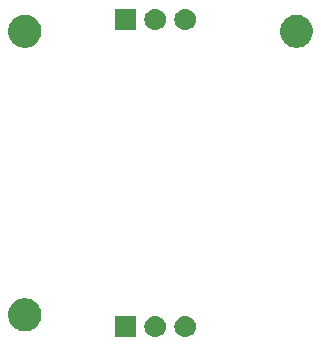
<source format=gbr>
G04 #@! TF.GenerationSoftware,KiCad,Pcbnew,5.1.4-e60b266~84~ubuntu18.04.1*
G04 #@! TF.CreationDate,2019-11-17T20:01:52-07:00*
G04 #@! TF.ProjectId,cob_5x5_lowpower,636f625f-3578-4355-9f6c-6f77706f7765,rev?*
G04 #@! TF.SameCoordinates,Original*
G04 #@! TF.FileFunction,Soldermask,Bot*
G04 #@! TF.FilePolarity,Negative*
%FSLAX46Y46*%
G04 Gerber Fmt 4.6, Leading zero omitted, Abs format (unit mm)*
G04 Created by KiCad (PCBNEW 5.1.4-e60b266~84~ubuntu18.04.1) date 2019-11-17 20:01:52*
%MOMM*%
%LPD*%
G04 APERTURE LIST*
%ADD10C,0.100000*%
G04 APERTURE END LIST*
D10*
G36*
X115150443Y-127105519D02*
G01*
X115216627Y-127112037D01*
X115386466Y-127163557D01*
X115542991Y-127247222D01*
X115578729Y-127276552D01*
X115680186Y-127359814D01*
X115763448Y-127461271D01*
X115792778Y-127497009D01*
X115876443Y-127653534D01*
X115927963Y-127823373D01*
X115945359Y-128000000D01*
X115927963Y-128176627D01*
X115876443Y-128346466D01*
X115792778Y-128502991D01*
X115763448Y-128538729D01*
X115680186Y-128640186D01*
X115578729Y-128723448D01*
X115542991Y-128752778D01*
X115386466Y-128836443D01*
X115216627Y-128887963D01*
X115150443Y-128894481D01*
X115084260Y-128901000D01*
X114995740Y-128901000D01*
X114929557Y-128894481D01*
X114863373Y-128887963D01*
X114693534Y-128836443D01*
X114537009Y-128752778D01*
X114501271Y-128723448D01*
X114399814Y-128640186D01*
X114316552Y-128538729D01*
X114287222Y-128502991D01*
X114203557Y-128346466D01*
X114152037Y-128176627D01*
X114134641Y-128000000D01*
X114152037Y-127823373D01*
X114203557Y-127653534D01*
X114287222Y-127497009D01*
X114316552Y-127461271D01*
X114399814Y-127359814D01*
X114501271Y-127276552D01*
X114537009Y-127247222D01*
X114693534Y-127163557D01*
X114863373Y-127112037D01*
X114929557Y-127105519D01*
X114995740Y-127099000D01*
X115084260Y-127099000D01*
X115150443Y-127105519D01*
X115150443Y-127105519D01*
G37*
G36*
X113401000Y-128901000D02*
G01*
X111599000Y-128901000D01*
X111599000Y-127099000D01*
X113401000Y-127099000D01*
X113401000Y-128901000D01*
X113401000Y-128901000D01*
G37*
G36*
X117690443Y-127105519D02*
G01*
X117756627Y-127112037D01*
X117926466Y-127163557D01*
X118082991Y-127247222D01*
X118118729Y-127276552D01*
X118220186Y-127359814D01*
X118303448Y-127461271D01*
X118332778Y-127497009D01*
X118416443Y-127653534D01*
X118467963Y-127823373D01*
X118485359Y-128000000D01*
X118467963Y-128176627D01*
X118416443Y-128346466D01*
X118332778Y-128502991D01*
X118303448Y-128538729D01*
X118220186Y-128640186D01*
X118118729Y-128723448D01*
X118082991Y-128752778D01*
X117926466Y-128836443D01*
X117756627Y-128887963D01*
X117690443Y-128894481D01*
X117624260Y-128901000D01*
X117535740Y-128901000D01*
X117469557Y-128894481D01*
X117403373Y-128887963D01*
X117233534Y-128836443D01*
X117077009Y-128752778D01*
X117041271Y-128723448D01*
X116939814Y-128640186D01*
X116856552Y-128538729D01*
X116827222Y-128502991D01*
X116743557Y-128346466D01*
X116692037Y-128176627D01*
X116674641Y-128000000D01*
X116692037Y-127823373D01*
X116743557Y-127653534D01*
X116827222Y-127497009D01*
X116856552Y-127461271D01*
X116939814Y-127359814D01*
X117041271Y-127276552D01*
X117077009Y-127247222D01*
X117233534Y-127163557D01*
X117403373Y-127112037D01*
X117469557Y-127105519D01*
X117535740Y-127099000D01*
X117624260Y-127099000D01*
X117690443Y-127105519D01*
X117690443Y-127105519D01*
G37*
G36*
X104318433Y-125634893D02*
G01*
X104408657Y-125652839D01*
X104514267Y-125696585D01*
X104663621Y-125758449D01*
X104663622Y-125758450D01*
X104893086Y-125911772D01*
X105088228Y-126106914D01*
X105190675Y-126260237D01*
X105241551Y-126336379D01*
X105347161Y-126591344D01*
X105401000Y-126862012D01*
X105401000Y-127137988D01*
X105347161Y-127408656D01*
X105241551Y-127663621D01*
X105241550Y-127663622D01*
X105088228Y-127893086D01*
X104893086Y-128088228D01*
X104760790Y-128176625D01*
X104663621Y-128241551D01*
X104514267Y-128303415D01*
X104408657Y-128347161D01*
X104318433Y-128365107D01*
X104137988Y-128401000D01*
X103862012Y-128401000D01*
X103681567Y-128365107D01*
X103591343Y-128347161D01*
X103485733Y-128303415D01*
X103336379Y-128241551D01*
X103239210Y-128176625D01*
X103106914Y-128088228D01*
X102911772Y-127893086D01*
X102758450Y-127663622D01*
X102758449Y-127663621D01*
X102652839Y-127408656D01*
X102599000Y-127137988D01*
X102599000Y-126862012D01*
X102652839Y-126591344D01*
X102758449Y-126336379D01*
X102809325Y-126260237D01*
X102911772Y-126106914D01*
X103106914Y-125911772D01*
X103336378Y-125758450D01*
X103336379Y-125758449D01*
X103485733Y-125696585D01*
X103591343Y-125652839D01*
X103681567Y-125634893D01*
X103862012Y-125599000D01*
X104137988Y-125599000D01*
X104318433Y-125634893D01*
X104318433Y-125634893D01*
G37*
G36*
X127318433Y-101634893D02*
G01*
X127408657Y-101652839D01*
X127514267Y-101696585D01*
X127663621Y-101758449D01*
X127663622Y-101758450D01*
X127893086Y-101911772D01*
X128088228Y-102106914D01*
X128134807Y-102176625D01*
X128241551Y-102336379D01*
X128347161Y-102591344D01*
X128401000Y-102862012D01*
X128401000Y-103137988D01*
X128347161Y-103408656D01*
X128241551Y-103663621D01*
X128241550Y-103663622D01*
X128088228Y-103893086D01*
X127893086Y-104088228D01*
X127739763Y-104190675D01*
X127663621Y-104241551D01*
X127514267Y-104303415D01*
X127408657Y-104347161D01*
X127318433Y-104365107D01*
X127137988Y-104401000D01*
X126862012Y-104401000D01*
X126681567Y-104365107D01*
X126591343Y-104347161D01*
X126485733Y-104303415D01*
X126336379Y-104241551D01*
X126260237Y-104190675D01*
X126106914Y-104088228D01*
X125911772Y-103893086D01*
X125758450Y-103663622D01*
X125758449Y-103663621D01*
X125652839Y-103408656D01*
X125599000Y-103137988D01*
X125599000Y-102862012D01*
X125652839Y-102591344D01*
X125758449Y-102336379D01*
X125865193Y-102176625D01*
X125911772Y-102106914D01*
X126106914Y-101911772D01*
X126336378Y-101758450D01*
X126336379Y-101758449D01*
X126485733Y-101696585D01*
X126591343Y-101652839D01*
X126681567Y-101634893D01*
X126862012Y-101599000D01*
X127137988Y-101599000D01*
X127318433Y-101634893D01*
X127318433Y-101634893D01*
G37*
G36*
X104318433Y-101634893D02*
G01*
X104408657Y-101652839D01*
X104514267Y-101696585D01*
X104663621Y-101758449D01*
X104663622Y-101758450D01*
X104893086Y-101911772D01*
X105088228Y-102106914D01*
X105134807Y-102176625D01*
X105241551Y-102336379D01*
X105347161Y-102591344D01*
X105401000Y-102862012D01*
X105401000Y-103137988D01*
X105347161Y-103408656D01*
X105241551Y-103663621D01*
X105241550Y-103663622D01*
X105088228Y-103893086D01*
X104893086Y-104088228D01*
X104739763Y-104190675D01*
X104663621Y-104241551D01*
X104514267Y-104303415D01*
X104408657Y-104347161D01*
X104318433Y-104365107D01*
X104137988Y-104401000D01*
X103862012Y-104401000D01*
X103681567Y-104365107D01*
X103591343Y-104347161D01*
X103485733Y-104303415D01*
X103336379Y-104241551D01*
X103260237Y-104190675D01*
X103106914Y-104088228D01*
X102911772Y-103893086D01*
X102758450Y-103663622D01*
X102758449Y-103663621D01*
X102652839Y-103408656D01*
X102599000Y-103137988D01*
X102599000Y-102862012D01*
X102652839Y-102591344D01*
X102758449Y-102336379D01*
X102865193Y-102176625D01*
X102911772Y-102106914D01*
X103106914Y-101911772D01*
X103336378Y-101758450D01*
X103336379Y-101758449D01*
X103485733Y-101696585D01*
X103591343Y-101652839D01*
X103681567Y-101634893D01*
X103862012Y-101599000D01*
X104137988Y-101599000D01*
X104318433Y-101634893D01*
X104318433Y-101634893D01*
G37*
G36*
X117690442Y-101105518D02*
G01*
X117756627Y-101112037D01*
X117926466Y-101163557D01*
X118082991Y-101247222D01*
X118118729Y-101276552D01*
X118220186Y-101359814D01*
X118303448Y-101461271D01*
X118332778Y-101497009D01*
X118416443Y-101653534D01*
X118467963Y-101823373D01*
X118485359Y-102000000D01*
X118467963Y-102176627D01*
X118416443Y-102346466D01*
X118332778Y-102502991D01*
X118303448Y-102538729D01*
X118220186Y-102640186D01*
X118118729Y-102723448D01*
X118082991Y-102752778D01*
X117926466Y-102836443D01*
X117756627Y-102887963D01*
X117690443Y-102894481D01*
X117624260Y-102901000D01*
X117535740Y-102901000D01*
X117469558Y-102894482D01*
X117403373Y-102887963D01*
X117233534Y-102836443D01*
X117077009Y-102752778D01*
X117041271Y-102723448D01*
X116939814Y-102640186D01*
X116856552Y-102538729D01*
X116827222Y-102502991D01*
X116743557Y-102346466D01*
X116692037Y-102176627D01*
X116674641Y-102000000D01*
X116692037Y-101823373D01*
X116743557Y-101653534D01*
X116827222Y-101497009D01*
X116856552Y-101461271D01*
X116939814Y-101359814D01*
X117041271Y-101276552D01*
X117077009Y-101247222D01*
X117233534Y-101163557D01*
X117403373Y-101112037D01*
X117469558Y-101105518D01*
X117535740Y-101099000D01*
X117624260Y-101099000D01*
X117690442Y-101105518D01*
X117690442Y-101105518D01*
G37*
G36*
X115150442Y-101105518D02*
G01*
X115216627Y-101112037D01*
X115386466Y-101163557D01*
X115542991Y-101247222D01*
X115578729Y-101276552D01*
X115680186Y-101359814D01*
X115763448Y-101461271D01*
X115792778Y-101497009D01*
X115876443Y-101653534D01*
X115927963Y-101823373D01*
X115945359Y-102000000D01*
X115927963Y-102176627D01*
X115876443Y-102346466D01*
X115792778Y-102502991D01*
X115763448Y-102538729D01*
X115680186Y-102640186D01*
X115578729Y-102723448D01*
X115542991Y-102752778D01*
X115386466Y-102836443D01*
X115216627Y-102887963D01*
X115150443Y-102894481D01*
X115084260Y-102901000D01*
X114995740Y-102901000D01*
X114929558Y-102894482D01*
X114863373Y-102887963D01*
X114693534Y-102836443D01*
X114537009Y-102752778D01*
X114501271Y-102723448D01*
X114399814Y-102640186D01*
X114316552Y-102538729D01*
X114287222Y-102502991D01*
X114203557Y-102346466D01*
X114152037Y-102176627D01*
X114134641Y-102000000D01*
X114152037Y-101823373D01*
X114203557Y-101653534D01*
X114287222Y-101497009D01*
X114316552Y-101461271D01*
X114399814Y-101359814D01*
X114501271Y-101276552D01*
X114537009Y-101247222D01*
X114693534Y-101163557D01*
X114863373Y-101112037D01*
X114929558Y-101105518D01*
X114995740Y-101099000D01*
X115084260Y-101099000D01*
X115150442Y-101105518D01*
X115150442Y-101105518D01*
G37*
G36*
X113401000Y-102901000D02*
G01*
X111599000Y-102901000D01*
X111599000Y-101099000D01*
X113401000Y-101099000D01*
X113401000Y-102901000D01*
X113401000Y-102901000D01*
G37*
M02*

</source>
